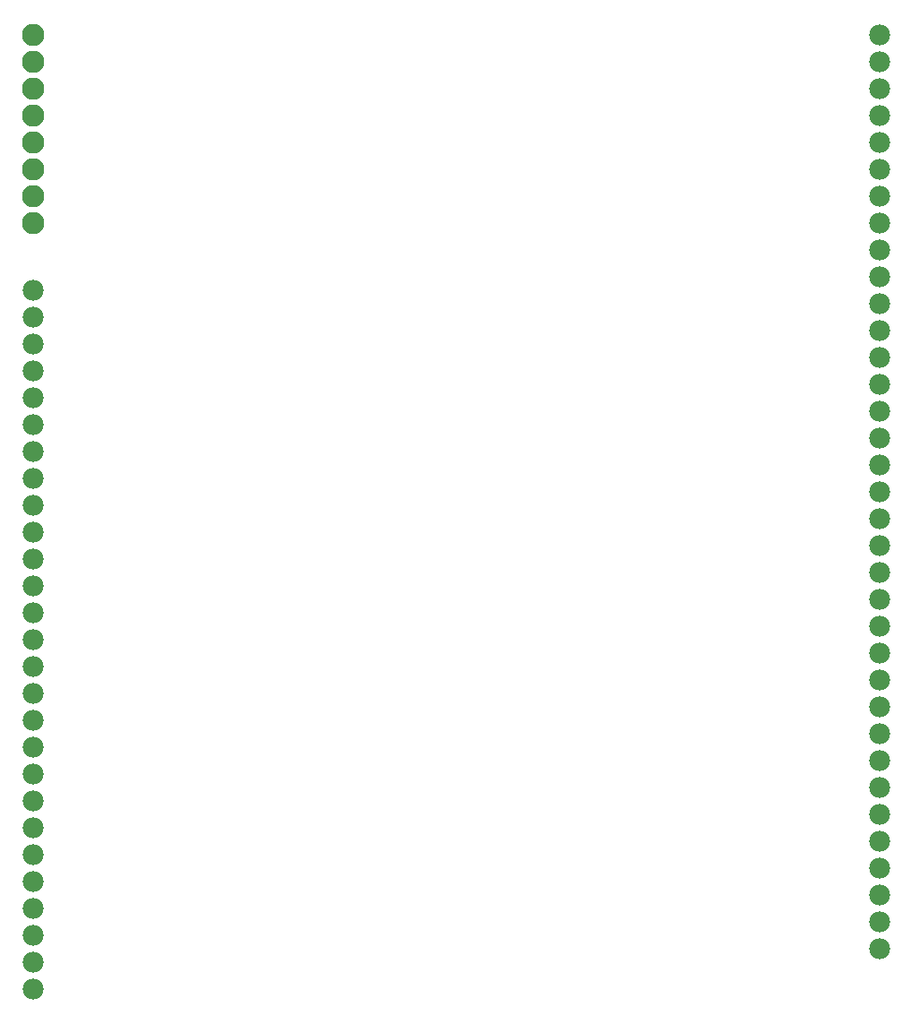
<source format=gbl>
G04 MADE WITH FRITZING*
G04 WWW.FRITZING.ORG*
G04 SINGLE SIDED*
G04 HOLES NOT PLATED*
G04 CONTOUR ON CENTER OF CONTOUR VECTOR*
%ASAXBY*%
%FSLAX23Y23*%
%MOIN*%
%OFA0B0*%
%SFA1.0B1.0*%
%ADD10C,0.083307*%
%ADD11C,0.078000*%
%LNCOPPER0*%
G90*
G70*
G54D10*
X200Y3687D03*
X200Y3587D03*
X200Y3487D03*
X200Y3387D03*
X200Y3287D03*
X200Y3187D03*
X200Y3087D03*
X200Y2987D03*
G54D11*
X200Y2737D03*
X200Y2637D03*
X200Y2537D03*
X200Y2437D03*
X200Y2337D03*
X200Y2237D03*
X200Y2137D03*
X200Y2037D03*
X200Y1937D03*
X200Y1837D03*
X200Y1737D03*
X200Y1637D03*
X200Y1537D03*
X200Y1437D03*
X200Y1337D03*
X200Y1237D03*
X200Y1137D03*
X200Y1037D03*
X200Y937D03*
X200Y837D03*
X200Y737D03*
X200Y637D03*
X200Y537D03*
X200Y437D03*
X200Y337D03*
X200Y237D03*
X200Y137D03*
X3350Y3687D03*
X3350Y3587D03*
X3350Y3487D03*
X3350Y3387D03*
X3350Y3287D03*
X3350Y3187D03*
X3350Y3087D03*
X3350Y2987D03*
X3350Y2887D03*
X3350Y2787D03*
X3350Y2687D03*
X3350Y2587D03*
X3350Y2487D03*
X3350Y2387D03*
X3350Y2287D03*
X3350Y2187D03*
X3350Y2087D03*
X3350Y1987D03*
X3350Y1887D03*
X3350Y1787D03*
X3350Y1687D03*
X3350Y1587D03*
X3350Y1487D03*
X3350Y1387D03*
X3350Y1287D03*
X3350Y1187D03*
X3350Y1087D03*
X3350Y987D03*
X3350Y887D03*
X3350Y787D03*
X3350Y687D03*
X3350Y587D03*
X3350Y487D03*
X3350Y387D03*
X3350Y287D03*
G04 End of Copper0*
M02*
</source>
